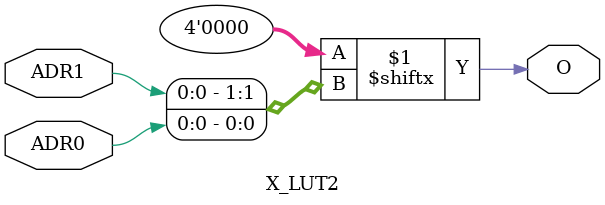
<source format=v>

`celldefine
`timescale 1 ps/1 ps

module X_LUT2 (O, ADR0, ADR1);

  parameter INIT = 4'h0;

  output O;
  input ADR0, ADR1;

	assign O = INIT[{ADR1,ADR0}];

endmodule

</source>
